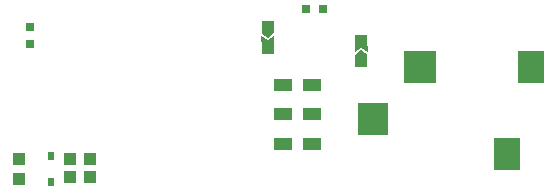
<source format=gbr>
G04 EAGLE Gerber RS-274X export*
G75*
%MOMM*%
%FSLAX34Y34*%
%LPD*%
%INSolderpaste Top*%
%IPPOS*%
%AMOC8*
5,1,8,0,0,1.08239X$1,22.5*%
G01*
%ADD10R,0.800000X0.800000*%
%ADD11R,1.000000X1.100000*%
%ADD12R,1.600000X1.000000*%
%ADD13R,0.500000X0.800000*%
%ADD14R,2.600000X2.800000*%
%ADD15R,2.200000X2.800000*%
%ADD16R,2.800000X2.800000*%
%ADD17R,1.100000X1.000000*%

G36*
X68042Y57977D02*
X68042Y57977D01*
X68044Y57976D01*
X68087Y57996D01*
X68131Y58015D01*
X68132Y58017D01*
X68134Y58018D01*
X68167Y58103D01*
X68167Y62675D01*
X68152Y62708D01*
X68145Y62744D01*
X68134Y62752D01*
X68128Y62765D01*
X68094Y62778D01*
X68063Y62799D01*
X68049Y62796D01*
X68036Y62801D01*
X68010Y62789D01*
X67974Y62782D01*
X62706Y59521D01*
X57439Y62782D01*
X57403Y62787D01*
X57368Y62801D01*
X57355Y62795D01*
X57341Y62797D01*
X57312Y62775D01*
X57279Y62759D01*
X57273Y62746D01*
X57263Y62738D01*
X57259Y62709D01*
X57246Y62675D01*
X57246Y58103D01*
X57247Y58101D01*
X57246Y58098D01*
X57266Y58055D01*
X57284Y58012D01*
X57286Y58011D01*
X57287Y58009D01*
X57372Y57976D01*
X68040Y57976D01*
X68042Y57977D01*
G37*
G36*
X147432Y49918D02*
X147432Y49918D01*
X147446Y49916D01*
X147475Y49938D01*
X147509Y49953D01*
X147514Y49967D01*
X147525Y49975D01*
X147528Y50003D01*
X147542Y50038D01*
X147542Y54610D01*
X147541Y54612D01*
X147541Y54614D01*
X147522Y54657D01*
X147503Y54701D01*
X147501Y54701D01*
X147500Y54703D01*
X147415Y54736D01*
X136747Y54736D01*
X136745Y54735D01*
X136743Y54736D01*
X136700Y54716D01*
X136657Y54698D01*
X136656Y54696D01*
X136654Y54695D01*
X136621Y54610D01*
X136621Y50038D01*
X136635Y50004D01*
X136642Y49968D01*
X136654Y49960D01*
X136659Y49947D01*
X136694Y49934D01*
X136724Y49914D01*
X136739Y49917D01*
X136751Y49912D01*
X136777Y49924D01*
X136814Y49931D01*
X142081Y53192D01*
X147349Y49931D01*
X147385Y49925D01*
X147419Y49912D01*
X147432Y49918D01*
G37*
G36*
X62712Y61793D02*
X62712Y61793D01*
X62733Y61789D01*
X62751Y61802D01*
X62776Y61807D01*
X68110Y65363D01*
X68118Y65375D01*
X68131Y65381D01*
X68144Y65415D01*
X68164Y65446D01*
X68161Y65459D01*
X68166Y65473D01*
X68151Y65506D01*
X68143Y65542D01*
X68131Y65549D01*
X68125Y65562D01*
X68085Y65578D01*
X68059Y65593D01*
X68049Y65591D01*
X68040Y65595D01*
X57372Y65595D01*
X57359Y65589D01*
X57346Y65592D01*
X57316Y65571D01*
X57282Y65556D01*
X57277Y65543D01*
X57265Y65535D01*
X57259Y65499D01*
X57246Y65464D01*
X57252Y65452D01*
X57250Y65438D01*
X57275Y65403D01*
X57287Y65375D01*
X57297Y65372D01*
X57302Y65363D01*
X62636Y61807D01*
X62664Y61802D01*
X62687Y61788D01*
X62712Y61793D01*
G37*
G36*
X147428Y47123D02*
X147428Y47123D01*
X147442Y47121D01*
X147472Y47142D01*
X147506Y47156D01*
X147511Y47169D01*
X147522Y47177D01*
X147528Y47214D01*
X147541Y47248D01*
X147536Y47261D01*
X147538Y47275D01*
X147513Y47310D01*
X147500Y47337D01*
X147491Y47341D01*
X147485Y47349D01*
X142151Y50905D01*
X142124Y50910D01*
X142100Y50925D01*
X142076Y50919D01*
X142055Y50923D01*
X142036Y50911D01*
X142011Y50905D01*
X136677Y47349D01*
X136670Y47337D01*
X136657Y47332D01*
X136643Y47298D01*
X136623Y47267D01*
X136626Y47253D01*
X136621Y47240D01*
X136637Y47207D01*
X136645Y47171D01*
X136656Y47163D01*
X136662Y47151D01*
X136703Y47135D01*
X136728Y47119D01*
X136738Y47121D01*
X136747Y47118D01*
X147415Y47118D01*
X147428Y47123D01*
G37*
D10*
X-138113Y71000D03*
X-138113Y56000D03*
D11*
X-87544Y-56356D03*
X-104544Y-56356D03*
X-147638Y-40713D03*
X-147638Y-57713D03*
X-87544Y-41275D03*
X-104544Y-41275D03*
D12*
X76106Y21900D03*
X76106Y-3100D03*
X76106Y-28100D03*
X100106Y21900D03*
X100106Y-3100D03*
X100106Y-28100D03*
D10*
X109894Y85725D03*
X94894Y85725D03*
D13*
X-120650Y-60213D03*
X-120650Y-38213D03*
D14*
X151638Y-7500D03*
D15*
X265638Y-37000D03*
X285638Y37000D03*
D16*
X191638Y37000D03*
D17*
X142081Y42300D03*
X142081Y59300D03*
X62706Y70413D03*
X62706Y53413D03*
M02*

</source>
